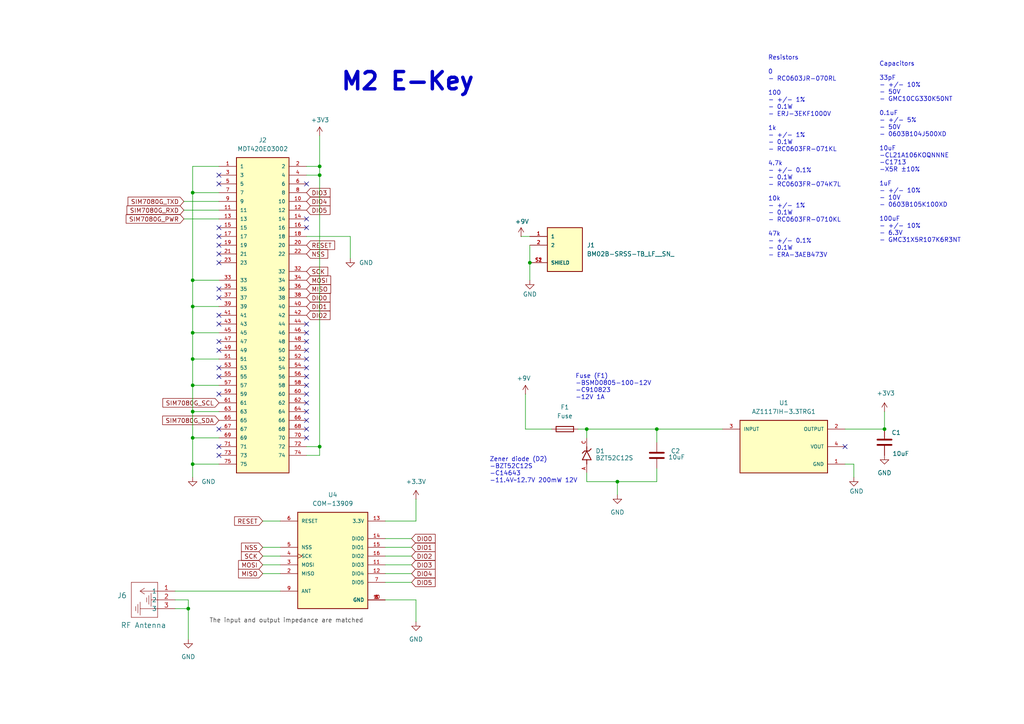
<source format=kicad_sch>
(kicad_sch (version 20231120) (generator "eeschema") (generator_version "8.0")
  (paper "A4")
  (title_block (title "IoT Gateway") (date "2024-10-15") (rev "v0.1.0") (company "Abstract Machines") (comment 1 "Designed By: Rodney Osodo") (comment 2 "Approved By:"))
  (lib_symbols
    (symbol "2024-10-22_09-22-32:CONUFL001-SMD-T" (pin_names (offset 0.254))
      (property "Reference" "J" (at 8.89 6.35 0))
      (property "Value" "CONUFL001-SMD-T" (at 0 0 0))
      (symbol "CONUFL001-SMD-T_1_1"
        (polyline (pts (xy 5.08 -7.62) (xy 12.7 -7.62)) (stroke (width 0.127)))
        (polyline (pts (xy 5.08 -5.08) (xy 10.16 -5.08)) (stroke (width 0.127)))
        (polyline (pts (xy 5.08 -2.54) (xy 6.985 -2.54)) (stroke (width 0.127)))
        (polyline (pts (xy 5.08 2.54) (xy 5.08 -7.62)) (stroke (width 0.127)))
        (polyline (pts (xy 6.985 -0.635) (xy 6.985 -4.445)) (stroke (width 0.127)))
        (polyline (pts (xy 7.62 -1.27) (xy 7.62 -3.81)) (stroke (width 0.127)))
        (polyline (pts (xy 8.255 -1.905) (xy 8.255 -3.175)) (stroke (width 0.127)))
        (polyline (pts (xy 10.16 -3.175) (xy 10.16 -6.985)) (stroke (width 0.127)))
        (polyline (pts (xy 10.16 0) (xy 5.08 0)) (stroke (width 0.127)))
        (polyline (pts (xy 10.16 0) (xy 8.89 -0.8467)) (stroke (width 0.127)))
        (polyline (pts (xy 10.16 0) (xy 8.89 0.8467)) (stroke (width 0.127)))
        (polyline (pts (xy 10.795 -3.81) (xy 10.795 -6.35)) (stroke (width 0.127)))
        (polyline (pts (xy 11.43 -4.445) (xy 11.43 -5.715)) (stroke (width 0.127)))
        (polyline (pts (xy 12.7 -7.62) (xy 12.7 2.54)) (stroke (width 0.127)))
        (polyline (pts (xy 12.7 2.54) (xy 5.08 2.54)) (stroke (width 0.127)))
        (pin unspecified line (at 0 0 0) (length 5.08) (name "1") (number "1"))
        (pin unspecified line (at 0 -2.54 0) (length 5.08) (name "2") (number "2"))
        (pin unspecified line (at 0 -5.08 0) (length 5.08) (name "3") (number "3"))
      )
      (symbol "CONUFL001-SMD-T_1_2"
        (polyline (pts (xy 5.08 -7.62) (xy 12.7 -7.62)) (stroke (width 0.127)))
        (polyline (pts (xy 5.08 -5.08) (xy 10.16 -5.08)) (stroke (width 0.127)))
        (polyline (pts (xy 5.08 -2.54) (xy 6.985 -2.54)) (stroke (width 0.127)))
        (polyline (pts (xy 5.08 2.54) (xy 5.08 -7.62)) (stroke (width 0.127)))
        (polyline (pts (xy 6.985 -0.635) (xy 6.985 -4.445)) (stroke (width 0.127)))
        (polyline (pts (xy 7.62 -1.27) (xy 7.62 -3.81)) (stroke (width 0.127)))
        (polyline (pts (xy 7.62 0) (xy 5.08 0)) (stroke (width 0.127)))
        (polyline (pts (xy 7.62 0) (xy 8.89 -0.8467)) (stroke (width 0.127)))
        (polyline (pts (xy 7.62 0) (xy 8.89 0.8467)) (stroke (width 0.127)))
        (polyline (pts (xy 8.255 -1.905) (xy 8.255 -3.175)) (stroke (width 0.127)))
        (polyline (pts (xy 10.16 -3.175) (xy 10.16 -6.985)) (stroke (width 0.127)))
        (polyline (pts (xy 10.795 -3.81) (xy 10.795 -6.35)) (stroke (width 0.127)))
        (polyline (pts (xy 11.43 -4.445) (xy 11.43 -5.715)) (stroke (width 0.127)))
        (polyline (pts (xy 12.7 -7.62) (xy 12.7 2.54)) (stroke (width 0.127)))
        (polyline (pts (xy 12.7 2.54) (xy 5.08 2.54)) (stroke (width 0.127)))
        (pin unspecified line (at 0 0 0) (length 5.08) (name "1") (number "1"))
        (pin unspecified line (at 0 -2.54 0) (length 5.08) (name "2") (number "2"))
        (pin unspecified line (at 0 -5.08 0) (length 5.08) (name "3") (number "3"))
      )
    )
    (symbol "AZ1117IH-3.3TRG1:AZ1117IH-3.3TRG1" (pin_names (offset 1.016))
      (property "Reference" "U" (at -12.7 8.128 0))
      (property "Value" "AZ1117IH-3.3TRG1" (at -12.7 -10.16 0))
      (symbol "AZ1117IH-3.3TRG1_0_0"
        (rectangle (start -12.7 -7.62) (end 12.7 7.62) (stroke (width 0.254)) (fill (type background)))
        (pin power_in line (at 17.78 -5.08 180) (length 5.08) (name "GND") (number "1"))
        (pin output line (at 17.78 5.08 180) (length 5.08) (name "OUTPUT") (number "2"))
        (pin input line (at -17.78 5.08 0) (length 5.08) (name "INPUT") (number "3"))
        (pin output line (at 17.78 0 180) (length 5.08) (name "VOUT") (number "4"))
      )
    )
    (symbol "BM02B-SRSS-TB_LF__SN_:BM02B-SRSS-TB_LF__SN_" (pin_names (offset 1.016))
      (property "Reference" "J" (at -5.08 8.382 0))
      (property "Value" "BM02B-SRSS-TB_LF__SN_" (at -5.08 -7.62 0))
      (symbol "BM02B-SRSS-TB_LF__SN__0_0"
        (rectangle (start -5.08 -5.08) (end 5.08 7.62) (stroke (width 0.254)) (fill (type background)))
        (pin passive line (at -10.16 5.08 0) (length 5.08) (name "1") (number "1"))
        (pin passive line (at -10.16 2.54 0) (length 5.08) (name "2") (number "2"))
        (pin passive line (at -10.16 -2.54 0) (length 5.08) (name "SHIELD") (number "S1"))
        (pin passive line (at -10.16 -2.54 0) (length 5.08) (name "SHIELD") (number "S2"))
      )
    )
    (symbol "BZT52C12S:BZT52C12S" (pin_names (offset 1.016))
      (property "Reference" "D" (at -5.08 2.54 0))
      (property "Value" "BZT52C12S" (at -5.08 -3.81 0))
      (symbol "BZT52C12S_0_0"
        (polyline (pts (xy -2.54 0) (xy -1.27 0)) (stroke (width 0.254)))
        (polyline (pts (xy -1.27 -1.27) (xy 1.27 0)) (stroke (width 0.254)))
        (polyline (pts (xy -1.27 0) (xy -1.27 -1.27)) (stroke (width 0.254)))
        (polyline (pts (xy -1.27 1.27) (xy -1.27 0)) (stroke (width 0.254)))
        (polyline (pts (xy 0.635 1.27) (xy 1.27 0.635)) (stroke (width 0.254)))
        (polyline (pts (xy 1.27 -0.635) (xy 1.905 -1.27)) (stroke (width 0.254)))
        (polyline (pts (xy 1.27 0) (xy -1.27 1.27)) (stroke (width 0.254)))
        (polyline (pts (xy 1.27 0) (xy 1.27 -0.635)) (stroke (width 0.254)))
        (polyline (pts (xy 1.27 0.635) (xy 1.27 0)) (stroke (width 0.254)))
        (polyline (pts (xy 2.54 0) (xy 1.27 0)) (stroke (width 0.254)))
        (pin passive line (at -5.08 0 0) (length 2.54) (name "~") (number "A"))
        (pin passive line (at 5.08 0 180) (length 2.54) (name "~") (number "C"))
      )
    )
    (symbol "COM-13909:COM-13909" (pin_names (offset 1.016))
      (property "Reference" "U" (at -10.9497 13.2415 0))
      (property "Value" "COM-13909" (at -10.4265 -17.0385 0))
      (symbol "COM-13909_0_0"
        (rectangle (start -10.16 -15.24) (end 10.16 12.7) (stroke (width 0.254)) (fill (type background)))
        (pin power_in line (at 15.24 -12.7 180) (length 5.08) (name "GND") (number "1"))
        (pin power_in line (at 15.24 -12.7 180) (length 5.08) (name "GND") (number "10"))
        (pin bidirectional line (at 15.24 -2.54 180) (length 5.08) (name "DIO3") (number "11"))
        (pin bidirectional line (at 15.24 -5.08 180) (length 5.08) (name "DIO4") (number "12"))
        (pin power_in line (at 15.24 10.16 180) (length 5.08) (name "3.3V") (number "13"))
        (pin bidirectional line (at 15.24 5.08 180) (length 5.08) (name "DIO0") (number "14"))
        (pin bidirectional line (at 15.24 2.54 180) (length 5.08) (name "DIO1") (number "15"))
        (pin bidirectional line (at 15.24 0 180) (length 5.08) (name "DIO2") (number "16"))
        (pin input line (at -15.24 -5.08 0) (length 5.08) (name "MISO") (number "2"))
        (pin output line (at -15.24 -2.54 0) (length 5.08) (name "MOSI") (number "3"))
        (pin input clock (at -15.24 0 0) (length 5.08) (name "SCK") (number "4"))
        (pin input line (at -15.24 2.54 0) (length 5.08) (name "NSS") (number "5"))
        (pin bidirectional line (at -15.24 10.16 0) (length 5.08) (name "RESET") (number "6"))
        (pin bidirectional line (at 15.24 -7.62 180) (length 5.08) (name "DIO5") (number "7"))
        (pin power_in line (at 15.24 -12.7 180) (length 5.08) (name "GND") (number "8"))
        (pin bidirectional line (at -15.24 -10.16 0) (length 5.08) (name "ANT") (number "9"))
      )
    )
    (symbol "Device:C" (pin_numbers hide) (pin_names (offset 0.254))
      (property "Reference" "C" (at 0.635 2.54 0))
      (property "Value" "C" (at 0.635 -2.54 0))
      (symbol "C_0_1"
        (polyline (pts (xy -2.032 -0.762) (xy 2.032 -0.762)) (stroke (width 0.508)))
        (polyline (pts (xy -2.032 0.762) (xy 2.032 0.762)) (stroke (width 0.508)))
      )
      (symbol "C_1_1"
        (pin passive line (at 0 3.81 270) (length 2.794) (name "~") (number "1"))
        (pin passive line (at 0 -3.81 90) (length 2.794) (name "~") (number "2"))
      )
    )
    (symbol "Device:Fuse" (pin_numbers hide) (pin_names (offset 0))
      (property "Reference" "F" (at 2.032 0 90))
      (property "Value" "Fuse" (at -1.905 0 90))
      (symbol "Fuse_0_1"
        (rectangle (start -0.762 -2.54) (end 0.762 2.54) (stroke (width 0.254)))
        (polyline (pts (xy 0 2.54) (xy 0 -2.54)))
      )
      (symbol "Fuse_1_1"
        (pin passive line (at 0 3.81 270) (length 1.27) (name "~") (number "1"))
        (pin passive line (at 0 -3.81 90) (length 1.27) (name "~") (number "2"))
      )
    )
    (symbol "MDT420E03002:MDT420E03002" (pin_names (offset 1.016))
      (property "Reference" "J" (at -7.62 46.482 0))
      (property "Value" "MDT420E03002" (at -7.62 -48.26 0))
      (symbol "MDT420E03002_0_0"
        (rectangle (start -7.62 -45.72) (end 7.62 45.72) (stroke (width 0.254)) (fill (type background)))
        (pin passive line (at -12.7 43.18 0) (length 5.08) (name "1") (number "1"))
        (pin passive line (at 12.7 33.02 180) (length 5.08) (name "10") (number "10"))
        (pin passive line (at -12.7 30.48 0) (length 5.08) (name "11") (number "11"))
        (pin passive line (at 12.7 30.48 180) (length 5.08) (name "12") (number "12"))
        (pin passive line (at -12.7 27.94 0) (length 5.08) (name "13") (number "13"))
        (pin passive line (at 12.7 27.94 180) (length 5.08) (name "14") (number "14"))
        (pin passive line (at -12.7 25.4 0) (length 5.08) (name "15") (number "15"))
        (pin passive line (at 12.7 25.4 180) (length 5.08) (name "16") (number "16"))
        (pin passive line (at -12.7 22.86 0) (length 5.08) (name "17") (number "17"))
        (pin passive line (at 12.7 22.86 180) (length 5.08) (name "18") (number "18"))
        (pin passive line (at -12.7 20.32 0) (length 5.08) (name "19") (number "19"))
        (pin passive line (at 12.7 43.18 180) (length 5.08) (name "2") (number "2"))
        (pin passive line (at 12.7 20.32 180) (length 5.08) (name "20") (number "20"))
        (pin passive line (at -12.7 17.78 0) (length 5.08) (name "21") (number "21"))
        (pin passive line (at 12.7 17.78 180) (length 5.08) (name "22") (number "22"))
        (pin passive line (at -12.7 15.24 0) (length 5.08) (name "23") (number "23"))
        (pin passive line (at -12.7 40.64 0) (length 5.08) (name "3") (number "3"))
        (pin passive line (at 12.7 12.7 180) (length 5.08) (name "32") (number "32"))
        (pin passive line (at -12.7 10.16 0) (length 5.08) (name "33") (number "33"))
        (pin passive line (at 12.7 10.16 180) (length 5.08) (name "34") (number "34"))
        (pin passive line (at -12.7 7.62 0) (length 5.08) (name "35") (number "35"))
        (pin passive line (at 12.7 7.62 180) (length 5.08) (name "36") (number "36"))
        (pin passive line (at -12.7 5.08 0) (length 5.08) (name "37") (number "37"))
        (pin passive line (at 12.7 5.08 180) (length 5.08) (name "38") (number "38"))
        (pin passive line (at -12.7 2.54 0) (length 5.08) (name "39") (number "39"))
        (pin passive line (at 12.7 40.64 180) (length 5.08) (name "4") (number "4"))
        (pin passive line (at 12.7 2.54 180) (length 5.08) (name "40") (number "40"))
        (pin passive line (at -12.7 0 0) (length 5.08) (name "41") (number "41"))
        (pin passive line (at 12.7 0 180) (length 5.08) (name "42") (number "42"))
        (pin passive line (at -12.7 -2.54 0) (length 5.08) (name "43") (number "43"))
        (pin passive line (at 12.7 -2.54 180) (length 5.08) (name "44") (number "44"))
        (pin passive line (at -12.7 -5.08 0) (length 5.08) (name "45") (number "45"))
        (pin passive line (at 12.7 -5.08 180) (length 5.08) (name "46") (number "46"))
        (pin passive line (at -12.7 -7.62 0) (length 5.08) (name "47") (number "47"))
        (pin passive line (at 12.7 -7.62 180) (length 5.08) (name "48") (number "48"))
        (pin passive line (at -12.7 -10.16 0) (length 5.08) (name "49") (number "49"))
        (pin passive line (at -12.7 38.1 0) (length 5.08) (name "5") (number "5"))
        (pin passive line (at 12.7 -10.16 180) (length 5.08) (name "50") (number "50"))
        (pin passive line (at -12.7 -12.7 0) (length 5.08) (name "51") (number "51"))
        (pin passive line (at 12.7 -12.7 180) (length 5.08) (name "52") (number "52"))
        (pin passive line (at -12.7 -15.24 0) (length 5.08) (name "53") (number "53"))
        (pin passive line (at 12.7 -15.24 180) (length 5.08) (name "54") (number "54"))
        (pin passive line (at -12.7 -17.78 0) (length 5.08) (name "55") (number "55"))
        (pin passive line (at 12.7 -17.78 180) (length 5.08) (name "56") (number "56"))
        (pin passive line (at -12.7 -20.32 0) (length 5.08) (name "57") (number "57"))
        (pin passive line (at 12.7 -20.32 180) (length 5.08) (name "58") (number "58"))
        (pin passive line (at -12.7 -22.86 0) (length 5.08) (name "59") (number "59"))
        (pin passive line (at 12.7 38.1 180) (length 5.08) (name "6") (number "6"))
        (pin passive line (at 12.7 -22.86 180) (length 5.08) (name "60") (number "60"))
        (pin passive line (at -12.7 -25.4 0) (length 5.08) (name "61") (number "61"))
        (pin passive line (at 12.7 -25.4 180) (length 5.08) (name "62") (number "62"))
        (pin passive line (at -12.7 -27.94 0) (length 5.08) (name "63") (number "63"))
        (pin passive line (at 12.7 -27.94 180) (length 5.08) (name "64") (number "64"))
        (pin passive line (at -12.7 -30.48 0) (length 5.08) (name "65") (number "65"))
        (pin passive line (at 12.7 -30.48 180) (length 5.08) (name "66") (number "66"))
        (pin passive line (at -12.7 -33.02 0) (length 5.08) (name "67") (number "67"))
        (pin passive line (at 12.7 -33.02 180) (length 5.08) (name "68") (number "68"))
        (pin passive line (at -12.7 -35.56 0) (length 5.08) (name "69") (number "69"))
        (pin passive line (at -12.7 35.56 0) (length 5.08) (name "7") (number "7"))
        (pin passive line (at 12.7 -35.56 180) (length 5.08) (name "70") (number "70"))
        (pin passive line (at -12.7 -38.1 0) (length 5.08) (name "71") (number "71"))
        (pin passive line (at 12.7 -38.1 180) (length 5.08) (name "72") (number "72"))
        (pin passive line (at -12.7 -40.64 0) (length 5.08) (name "73") (number "73"))
        (pin passive line (at 12.7 -40.64 180) (length 5.08) (name "74") (number "74"))
        (pin passive line (at -12.7 -43.18 0) (length 5.08) (name "75") (number "75"))
        (pin passive line (at 12.7 35.56 180) (length 5.08) (name "8") (number "8"))
        (pin passive line (at -12.7 33.02 0) (length 5.08) (name "9") (number "9"))
      )
    )
    (symbol "power:+3.3V" (power) (pin_numbers hide) (pin_names (offset 0) hide)
      (property "Value" "+3.3V" (at 0 3.556 0))
      (symbol "+3.3V_0_1"
        (polyline (pts (xy -0.762 1.27) (xy 0 2.54)))
        (polyline (pts (xy 0 0) (xy 0 2.54)))
        (polyline (pts (xy 0 2.54) (xy 0.762 1.27)))
      )
      (symbol "+3.3V_1_1"
        (pin power_in line (at 0 0 90) (length 0) (name "~") (number "1"))
      )
    )
    (symbol "power:+3V3" (power) (pin_names (offset 0))
      (property "Value" "+3V3" (at 0 3.556 0))
      (symbol "+3V3_0_1"
        (polyline (pts (xy -0.762 1.27) (xy 0 2.54)))
        (polyline (pts (xy 0 0) (xy 0 2.54)))
        (polyline (pts (xy 0 2.54) (xy 0.762 1.27)))
      )
      (symbol "+3V3_1_1"
        (pin power_in line (at 0 0 90) (length 0) hide (name "+3V3") (number "1"))
      )
    )
    (symbol "power:+9V" (power) (pin_numbers hide) (pin_names (offset 0) hide)
      (property "Value" "+9V" (at 0 3.556 0))
      (symbol "+9V_0_1"
        (polyline (pts (xy -0.762 1.27) (xy 0 2.54)))
        (polyline (pts (xy 0 0) (xy 0 2.54)))
        (polyline (pts (xy 0 2.54) (xy 0.762 1.27)))
      )
      (symbol "+9V_1_1"
        (pin power_in line (at 0 0 90) (length 0) (name "~") (number "1"))
      )
    )
    (symbol "power:GND" (power) (pin_names (offset 0))
      (property "Value" "GND" (at 0 -3.81 0))
      (symbol "GND_0_1"
        (polyline (pts (xy 0 0) (xy 0 -1.27) (xy 1.27 -1.27) (xy 0 -2.54) (xy -1.27 -1.27) (xy 0 -1.27)))
      )
      (symbol "GND_1_1"
        (pin power_in line (at 0 0 270) (length 0) hide (name "GND") (number "1"))
      )
    )
    (symbol "power:GND1" (power) (pin_numbers hide) (pin_names (offset 0) hide)
      (property "Value" "GND1" (at 0 -3.81 0))
      (symbol "GND1_0_1"
        (polyline (pts (xy 0 0) (xy 0 -1.27) (xy 1.27 -1.27) (xy 0 -2.54) (xy -1.27 -1.27) (xy 0 -1.27)))
      )
      (symbol "GND1_1_1"
        (pin power_in line (at 0 0 270) (length 0) (name "~") (number "1"))
      )
    )
  )
  (junction (at 55.88 104.14))
  (junction (at 55.88 127))
  (junction (at 92.71 129.54))
  (junction (at 55.88 81.28))
  (junction (at 54.61 176.53))
  (junction (at 190.5 124.46))
  (junction (at 170.18 124.46))
  (junction (at 55.88 119.38))
  (junction (at 256.54 124.46))
  (junction (at 55.88 55.88))
  (junction (at 55.88 134.62))
  (junction (at 92.71 48.26))
  (junction (at 55.88 111.76))
  (junction (at 55.88 96.52))
  (junction (at 153.67 76.2))
  (junction (at 92.71 50.8))
  (junction (at 179.07 139.7))
  (junction (at 55.88 88.9))
  (no_connect (at 63.5 132.08))
  (no_connect (at 63.5 73.66))
  (no_connect (at 63.5 101.6))
  (no_connect (at 63.5 109.22))
  (no_connect (at 88.9 127))
  (no_connect (at 63.5 86.36))
  (no_connect (at 88.9 114.3))
  (no_connect (at 88.9 99.06))
  (no_connect (at 63.5 91.44))
  (no_connect (at 88.9 119.38))
  (no_connect (at 63.5 129.54))
  (no_connect (at 88.9 93.98))
  (no_connect (at 88.9 116.84))
  (no_connect (at 88.9 101.6))
  (no_connect (at 63.5 83.82))
  (no_connect (at 88.9 53.34))
  (no_connect (at 63.5 66.04))
  (no_connect (at 63.5 71.12))
  (no_connect (at 63.5 114.3))
  (no_connect (at 63.5 106.68))
  (no_connect (at 63.5 53.34))
  (no_connect (at 63.5 68.58))
  (no_connect (at 63.5 76.2))
  (no_connect (at 88.9 124.46))
  (no_connect (at 63.5 99.06))
  (no_connect (at 88.9 96.52))
  (no_connect (at 88.9 63.5))
  (no_connect (at 63.5 124.46))
  (no_connect (at 88.9 106.68))
  (no_connect (at 88.9 66.04))
  (no_connect (at 88.9 104.14))
  (no_connect (at 245.11 129.54))
  (no_connect (at 88.9 121.92))
  (no_connect (at 88.9 111.76))
  (no_connect (at 88.9 109.22))
  (no_connect (at 63.5 93.98))
  (no_connect (at 63.5 50.8))
  (wire (pts (xy 55.88 119.38) (xy 63.5 119.38)))
  (wire (pts (xy 55.88 88.9) (xy 55.88 96.52)))
  (wire (pts (xy 76.2 161.29) (xy 81.28 161.29)))
  (wire (pts (xy 55.88 111.76) (xy 63.5 111.76)))
  (wire (pts (xy 55.88 104.14) (xy 55.88 111.76)))
  (wire (pts (xy 119.38 156.21) (xy 111.76 156.21)))
  (wire (pts (xy 190.5 139.7) (xy 179.07 139.7)))
  (wire (pts (xy 111.76 151.13) (xy 120.65 151.13)))
  (wire (pts (xy 55.88 81.28) (xy 55.88 88.9)))
  (wire (pts (xy 55.88 55.88) (xy 55.88 81.28)))
  (wire (pts (xy 190.5 124.46) (xy 190.5 128.27)))
  (wire (pts (xy 55.88 104.14) (xy 63.5 104.14)))
  (wire (pts (xy 55.88 48.26) (xy 63.5 48.26)))
  (wire (pts (xy 53.34 60.96) (xy 63.5 60.96)))
  (wire (pts (xy 55.88 88.9) (xy 63.5 88.9)))
  (wire (pts (xy 151.13 68.58) (xy 153.67 68.58)))
  (wire (pts (xy 76.2 163.83) (xy 81.28 163.83)))
  (wire (pts (xy 55.88 96.52) (xy 63.5 96.52)))
  (wire (pts (xy 190.5 135.89) (xy 190.5 139.7)))
  (wire (pts (xy 55.88 138.43) (xy 55.88 134.62)))
  (wire (pts (xy 152.4 124.46) (xy 160.02 124.46)))
  (wire (pts (xy 92.71 48.26) (xy 92.71 50.8)))
  (wire (pts (xy 55.88 127) (xy 55.88 134.62)))
  (wire (pts (xy 120.65 180.34) (xy 120.65 173.99)))
  (wire (pts (xy 247.65 134.62) (xy 245.11 134.62)))
  (wire (pts (xy 120.65 151.13) (xy 120.65 144.78)))
  (wire (pts (xy 50.8 176.53) (xy 54.61 176.53)))
  (wire (pts (xy 120.65 173.99) (xy 111.76 173.99)))
  (wire (pts (xy 50.8 173.99) (xy 54.61 173.99)))
  (wire (pts (xy 119.38 166.37) (xy 111.76 166.37)))
  (wire (pts (xy 170.18 137.16) (xy 170.18 139.7)))
  (wire (pts (xy 50.8 171.45) (xy 81.28 171.45)))
  (wire (pts (xy 76.2 158.75) (xy 81.28 158.75)))
  (wire (pts (xy 92.71 50.8) (xy 92.71 129.54)))
  (wire (pts (xy 55.88 111.76) (xy 55.88 119.38)))
  (wire (pts (xy 76.2 166.37) (xy 81.28 166.37)))
  (wire (pts (xy 92.71 129.54) (xy 92.71 132.08)))
  (wire (pts (xy 119.38 168.91) (xy 111.76 168.91)))
  (wire (pts (xy 54.61 173.99) (xy 54.61 176.53)))
  (wire (pts (xy 190.5 124.46) (xy 209.55 124.46)))
  (wire (pts (xy 55.88 119.38) (xy 55.88 127)))
  (wire (pts (xy 55.88 81.28) (xy 63.5 81.28)))
  (wire (pts (xy 179.07 143.51) (xy 179.07 139.7)))
  (wire (pts (xy 119.38 163.83) (xy 111.76 163.83)))
  (wire (pts (xy 53.34 58.42) (xy 63.5 58.42)))
  (wire (pts (xy 119.38 161.29) (xy 111.76 161.29)))
  (wire (pts (xy 170.18 124.46) (xy 167.64 124.46)))
  (wire (pts (xy 55.88 48.26) (xy 55.88 55.88)))
  (wire (pts (xy 101.6 74.93) (xy 101.6 68.58)))
  (wire (pts (xy 53.34 63.5) (xy 63.5 63.5)))
  (wire (pts (xy 119.38 158.75) (xy 111.76 158.75)))
  (wire (pts (xy 170.18 124.46) (xy 170.18 127)))
  (wire (pts (xy 55.88 127) (xy 63.5 127)))
  (wire (pts (xy 152.4 114.3) (xy 152.4 124.46)))
  (wire (pts (xy 92.71 39.37) (xy 92.71 48.26)))
  (wire (pts (xy 101.6 68.58) (xy 88.9 68.58)))
  (wire (pts (xy 153.67 81.28) (xy 153.67 76.2)))
  (wire (pts (xy 76.2 151.13) (xy 81.28 151.13)))
  (wire (pts (xy 55.88 55.88) (xy 63.5 55.88)))
  (wire (pts (xy 256.54 119.38) (xy 256.54 124.46)))
  (wire (pts (xy 170.18 139.7) (xy 179.07 139.7)))
  (wire (pts (xy 88.9 50.8) (xy 92.71 50.8)))
  (wire (pts (xy 88.9 129.54) (xy 92.71 129.54)))
  (wire (pts (xy 54.61 176.53) (xy 54.61 185.42)))
  (wire (pts (xy 88.9 132.08) (xy 92.71 132.08)))
  (wire (pts (xy 55.88 134.62) (xy 63.5 134.62)))
  (wire (pts (xy 170.18 124.46) (xy 190.5 124.46)))
  (wire (pts (xy 245.11 124.46) (xy 256.54 124.46)))
  (wire (pts (xy 153.67 71.12) (xy 153.67 76.2)))
  (wire (pts (xy 247.65 138.43) (xy 247.65 134.62)))
  (wire (pts (xy 92.71 48.26) (xy 88.9 48.26)))
  (wire (pts (xy 55.88 96.52) (xy 55.88 104.14)))
  (text "The input and output impedance are matched\n" (at 60.706 180.086 0) (effects (font (size 1.27 1.27)) (justify left)))
  (text "Capacitors\n\n33pF\n- +/- 10%\n- 50V\n- GMC10CG330K50NT\n\n0.1uF\n- +/- 5%\n- 50V\n- 0603B104J500XD\n\n10uF\n-CL21A106KOQNNNE\n-C1713\n-X5R ±10%\n\n1uF\n- +/- 10%\n- 10V\n- 0603B105K100XD\n\n100uF\n- +/- 10%\n- 6.3V\n- GMC31X5R107K6R3NT" (at 255.016 44.196 0) (effects (font (size 1.27 1.27)) (justify left)))
  (text "Zener diode (D2)\n-BZT52C12S\n-C14643\n-11.4V~12.7V 200mW 12V" (at 141.986 136.398 0) (effects (font (size 1.27 1.27)) (justify left)))
  (text "Fuse (F1)\n-BSMD0805-100-12V \n-C910823 \n-12V 1A \n" (at 166.878 112.268 0) (effects (font (size 1.27 1.27)) (justify left)))
  (text "Resistors\n\n0\n- RC0603JR-070RL\n\n100\n- +/- 1%\n- 0.1W\n- ERJ-3EKF1000V\n\n1k\n- +/- 1%\n- 0.1W\n- RC0603FR-071KL\n\n4.7k\n- +/- 0.1%\n- 0.1W\n- RC0603FR-074K7L\n\n10k\n- +/- 1%\n- 0.1W\n- RC0603FR-0710KL\n\n47k\n- +/- 0.1%\n- 0.1W\n- ERA-3AEB473V\n" (at 222.758 45.466 0) (effects (font (size 1.27 1.27)) (justify left)))
  (text "M2 E-Key" (at 98.552 26.67 0) (effects (font (size 5 5) (thickness 1) (bold yes)) (justify left bottom)))
  (global_label "DIO3" (shape input) (at 88.9 55.88 0) (property "Intersheetrefs" "${INTERSHEET_REFS}" (effects (hide yes))))
  (global_label "DIO1" (shape input) (at 119.38 158.75 0) (property "Intersheetrefs" "${INTERSHEET_REFS}" (effects (hide yes))))
  (global_label "SIM7080G_PWR" (shape input) (at 53.34 63.5 180) (property "Intersheetrefs" "${INTERSHEET_REFS}" (effects (hide yes))))
  (global_label "SCK" (shape input) (at 76.2 161.29 180) (property "Intersheetrefs" "${INTERSHEET_REFS}" (effects (hide yes))))
  (global_label "DIO4" (shape input) (at 119.38 166.37 0) (property "Intersheetrefs" "${INTERSHEET_REFS}" (effects (hide yes))))
  (global_label "DIO0" (shape input) (at 88.9 86.36 0) (property "Intersheetrefs" "${INTERSHEET_REFS}" (effects (hide yes))))
  (global_label "SIM7080G_TXD" (shape input) (at 53.34 58.42 180) (property "Intersheetrefs" "${INTERSHEET_REFS}" (effects (hide yes))))
  (global_label "MOSI" (shape input) (at 88.9 81.28 0) (property "Intersheetrefs" "${INTERSHEET_REFS}" (effects (hide yes))))
  (global_label "DIO4" (shape input) (at 88.9 58.42 0) (property "Intersheetrefs" "${INTERSHEET_REFS}" (effects (hide yes))))
  (global_label "NSS" (shape input) (at 76.2 158.75 180) (property "Intersheetrefs" "${INTERSHEET_REFS}" (effects (hide yes))))
  (global_label "SIM7080G_SCL" (shape input) (at 63.5 116.84 180) (property "Intersheetrefs" "${INTERSHEET_REFS}" (effects (hide yes))))
  (global_label "DIO0" (shape input) (at 119.38 156.21 0) (property "Intersheetrefs" "${INTERSHEET_REFS}" (effects (hide yes))))
  (global_label "DIO5" (shape input) (at 119.38 168.91 0) (property "Intersheetrefs" "${INTERSHEET_REFS}" (effects (hide yes))))
  (global_label "SIM7080G_RXD" (shape input) (at 53.34 60.96 180) (property "Intersheetrefs" "${INTERSHEET_REFS}" (effects (hide yes))))
  (global_label "MISO" (shape input) (at 76.2 166.37 180) (property "Intersheetrefs" "${INTERSHEET_REFS}" (effects (hide yes))))
  (global_label "DIO1" (shape input) (at 88.9 88.9 0) (property "Intersheetrefs" "${INTERSHEET_REFS}" (effects (hide yes))))
  (global_label "MISO" (shape input) (at 88.9 83.82 0) (property "Intersheetrefs" "${INTERSHEET_REFS}" (effects (hide yes))))
  (global_label "DIO2" (shape input) (at 119.38 161.29 0) (property "Intersheetrefs" "${INTERSHEET_REFS}" (effects (hide yes))))
  (global_label "SIM7080G_SDA" (shape input) (at 63.5 121.92 180) (property "Intersheetrefs" "${INTERSHEET_REFS}" (effects (hide yes))))
  (global_label "DIO3" (shape input) (at 119.38 163.83 0) (property "Intersheetrefs" "${INTERSHEET_REFS}" (effects (hide yes))))
  (global_label "MOSI" (shape input) (at 76.2 163.83 180) (property "Intersheetrefs" "${INTERSHEET_REFS}" (effects (hide yes))))
  (global_label "DIO2" (shape input) (at 88.9 91.44 0) (property "Intersheetrefs" "${INTERSHEET_REFS}" (effects (hide yes))))
  (global_label "RESET" (shape input) (at 88.9 71.12 0) (property "Intersheetrefs" "${INTERSHEET_REFS}" (effects (hide yes))))
  (global_label "NSS" (shape input) (at 88.9 73.66 0) (property "Intersheetrefs" "${INTERSHEET_REFS}" (effects (hide yes))))
  (global_label "DIO5" (shape input) (at 88.9 60.96 0) (property "Intersheetrefs" "${INTERSHEET_REFS}" (effects (hide yes))))
  (global_label "RESET" (shape input) (at 76.2 151.13 180) (property "Intersheetrefs" "${INTERSHEET_REFS}" (effects (hide yes))))
  (global_label "SCK" (shape input) (at 88.9 78.74 0) (property "Intersheetrefs" "${INTERSHEET_REFS}" (effects (hide yes))))
  (symbol (lib_id "power:GND1") (at 153.67 81.28 0) (unit 1)
    (property "Reference" "#PWR07" (effects (hide yes)))
    (property "Value" "GND" (at 151.638 85.344 0) (effects (justify left)))
    (property "Description" "Power symbol creates a global label with name \"GND1\" , ground" (effects (hide yes)))
  )
  (symbol (lib_id "Device:C") (at 190.5 132.08 0) (unit 1)
    (property "Reference" "C2" (at 194.564 130.81 0) (effects (justify left)))
    (property "Value" "10uF" (at 193.802 132.588 0) (effects (justify left)))
    (property "Footprint" "Capacitor_SMD:C_1206_3216Metric" (effects (hide yes)))
    (property "Description" "Unpolarized capacitor" (effects (hide yes)))
  )
  (symbol (lib_id "power:GND") (at 54.61 185.42 0) (unit 1)
    (property "Reference" "#PWR03" (effects (hide yes)))
    (property "Value" "GND" (at 54.61 190.5 0))
    (property "Description" "Power symbol creates a global label with name \"GND\" , ground" (effects (hide yes)))
  )
  (symbol (lib_id "power:GND") (at 256.54 132.08 0) (unit 1)
    (property "Reference" "#PWR011" (effects (hide yes)))
    (property "Value" "GND" (at 256.54 137.16 0))
  )
  (symbol (lib_id "power:+9V") (at 152.4 114.3 0) (unit 1)
    (property "Reference" "#PWR09" (effects (hide yes)))
    (property "Value" "+9V" (at 149.86 109.728 0) (effects (justify left)))
    (property "Description" "Power symbol creates a global label with name \"+9V\"" (effects (hide yes)))
  )
  (symbol (lib_id "power:GND1") (at 55.88 138.43 0) (unit 1)
    (property "Reference" "#PWR014" (effects (hide yes)))
    (property "Value" "GND" (at 58.42 139.6999 0) (effects (justify left)))
    (property "Description" "Power symbol creates a global label with name \"GND1\" , ground" (effects (hide yes)))
  )
  (symbol (lib_id "power:+9V") (at 151.13 68.58 0) (unit 1)
    (property "Reference" "#PWR06" (effects (hide yes)))
    (property "Value" "+9V" (at 149.352 64.262 0) (effects (justify left)))
    (property "Description" "Power symbol creates a global label with name \"+9V\"" (effects (hide yes)))
  )
  (symbol (lib_id "Device:C") (at 256.54 128.27 0) (unit 1)
    (property "Reference" "C1" (at 258.572 125.476 0) (effects (justify left)))
    (property "Value" "10uF" (at 258.826 131.572 0) (effects (justify left)))
    (property "Footprint" "Capacitor_SMD:C_1206_3216Metric" (effects (hide yes)))
    (property "Description" "Unpolarized capacitor" (effects (hide yes)))
  )
  (symbol (lib_id "power:GND") (at 179.07 143.51 0) (unit 1)
    (property "Reference" "#PWR013" (effects (hide yes)))
    (property "Value" "GND" (at 179.07 148.59 0))
  )
  (symbol (lib_id "power:+3V3") (at 92.71 39.37 0) (unit 1)
    (property "Reference" "#PWR05" (effects (hide yes)))
    (property "Value" "+3V3" (at 90.17 34.798 0) (effects (justify left)))
    (property "Description" "Power symbol creates a global label with name \"+3V3\"" (effects (hide yes)))
  )
  (symbol (lib_id "power:+3.3V") (at 120.65 144.78 0) (unit 1)
    (property "Reference" "#PWR01" (effects (hide yes)))
    (property "Value" "+3.3V" (at 120.65 139.7 0))
    (property "Description" "Power symbol creates a global label with name \"+3.3V\"" (effects (hide yes)))
  )
  (symbol (lib_id "MDT420E03002:MDT420E03002") (at 76.2 91.44 0) (unit 1)
    (property "Reference" "J2" (at 76.2 40.64 0))
    (property "Value" "MDT420E03002" (at 76.2 43.18 0))
    (property "Footprint" "MDT420E03002:AMPHENOL_MDT420E03002" (effects (hide yes)))
    (property "MF" "Amphenol" (effects (hide yes)))
    (property "MAXIMUM_PACKAGE_HEIGHT" "5.8mm" (effects (hide yes)))
    (property "Package" "None" (effects (hide yes)))
    (property "Price" "None" (effects (hide yes)))
    (property "Check_prices" "https://www.snapeda.com/parts/MDT420E03002/Amphenol/view-part/?ref=eda" (effects (hide yes)))
    (property "STANDARD" "Manufacturer Recommendations" (effects (hide yes)))
    (property "PARTREV" "3" (effects (hide yes)))
    (property "SnapEDA_Link" "https://www.snapeda.com/parts/MDT420E03002/Amphenol/view-part/?ref=snap" (effects (hide yes)))
    (property "MP" "MDT420E03002" (effects (hide yes)))
    (property "Description_1" "\n                        \n                            PCIe M.2 Connectors, Storage and Server Connector, P=0.5mm, H=4.2mm, Key E,Gold Plating\n                        \n" (effects (hide yes)))
    (property "Availability" "In Stock" (effects (hide yes)))
    (property "MANUFACTURER" "Amphenol" (effects (hide yes)))
  )
  (symbol (lib_id "power:+3V3") (at 256.54 119.38 0) (unit 1)
    (property "Reference" "#PWR010" (effects (hide yes)))
    (property "Value" "+3V3" (at 254.254 114.046 0) (effects (justify left)))
    (property "Description" "Power symbol creates a global label with name \"+3V3\"" (effects (hide yes)))
  )
  (symbol (lib_id "AZ1117IH-3.3TRG1:AZ1117IH-3.3TRG1") (at 227.33 129.54 0) (unit 1)
    (property "Reference" "U1" (at 227.33 116.84 0))
    (property "Value" "AZ1117IH-3.3TRG1" (at 227.33 119.38 0))
    (property "Footprint" "AZ1117IH-3.3TRG1:SOT230P700X185-4N" (effects (hide yes)))
    (property "MF" "Diodes Inc." (effects (hide yes)))
    (property "SNAPEDA_PACKAGE_ID" "6532" (effects (hide yes)))
    (property "MAXIMUM_PACKAGE_HEIGHT" "1.85 mm" (effects (hide yes)))
    (property "Price" "None" (effects (hide yes)))
    (property "Package" "SOT-223 Diodes Inc." (effects (hide yes)))
    (property "Check_prices" "https://www.snapeda.com/parts/AZ1117IH-3.3TRG1/Diodes+Inc./view-part/?ref=eda" (effects (hide yes)))
    (property "STANDARD" "IPC 7351B" (effects (hide yes)))
    (property "PARTREV" "2-2" (effects (hide yes)))
    (property "SnapEDA_Link" "https://www.snapeda.com/parts/AZ1117IH-3.3TRG1/Diodes+Inc./view-part/?ref=snap" (effects (hide yes)))
    (property "MP" "AZ1117IH-3.3TRG1" (effects (hide yes)))
    (property "Description_1" "\n                        \n                            Linear Voltage Regulator IC Positive Fixed 1 Output  1A SOT-223-3\n                        \n" (effects (hide yes)))
    (property "MANUFACTURER" "Diodes Inc." (effects (hide yes)))
    (property "Availability" "In Stock" (effects (hide yes)))
    (property "SNAPEDA_PN" "AZ1117IH-3.3TRG1" (effects (hide yes)))
  )
  (symbol (lib_id "BZT52C12S:BZT52C12S") (at 170.18 132.08 90) (unit 1)
    (property "Reference" "D1" (at 172.72 130.8099 90) (effects (justify right)))
    (property "Value" "BZT52C12S" (at 172.72 132.842 90) (effects (justify right)))
    (property "Footprint" "BZT52C12S:DIO_BZT52C12S" (effects (hide yes)))
    (property "MF" "Taiwan Semiconductor" (effects (hide yes)))
    (property "MAXIMUM_PACKAGE_HEIGHT" "1.1mm" (effects (hide yes)))
    (property "Package" "SOD-323F-2 Taiwan Semiconductor" (effects (hide yes)))
    (property "Price" "None" (effects (hide yes)))
    (property "Check_prices" "https://www.snapeda.com/parts/BZT52C12S/Taiwan+Semiconductor/view-part/?ref=eda" (effects (hide yes)))
    (property "STANDARD" "Manufacturer Recommendations" (effects (hide yes)))
    (property "PARTREV" "H2212" (effects (hide yes)))
    (property "SnapEDA_Link" "https://www.snapeda.com/parts/BZT52C12S/Taiwan+Semiconductor/view-part/?ref=snap" (effects (hide yes)))
    (property "MP" "BZT52C12S" (effects (hide yes)))
    (property "Description_1" "\n                        \n                            Zener Diode Single 12V 5% 25Ohm 200mW 2-Pin SOD-323F T/R\n                        \n" (effects (hide yes)))
    (property "SNAPEDA_PN" "UDZS3V6B RRG" (effects (hide yes)))
    (property "Availability" "In Stock" (effects (hide yes)))
    (property "MANUFACTURER" "Taiwan Semiconductor" (effects (hide yes)))
  )
  (symbol (lib_id "2024-10-22_09-22-32:CONUFL001-SMD-T") (at 50.8 171.45 0) (mirror y) (unit 1)
    (property "Reference" "J6" (at 36.83 172.7199 0) (effects (font (size 1.524 1.524)) (justify left)))
    (property "Value" "RF Antenna" (at 48.26 181.356 0) (effects (font (size 1.524 1.524)) (justify left)))
    (property "Footprint" "CONUFL001_SMD_T:LINX_CONUFL001-SMD-T" (effects (hide yes)))
    (property "Datasheet" "CONUFL001-SMD-T" (effects (hide yes)))
  )
  (symbol (lib_id "COM-13909:COM-13909") (at 96.52 161.29 0) (unit 1)
    (property "Reference" "U4" (at 96.52 143.51 0))
    (property "Value" "COM-13909" (at 96.52 146.05 0))
    (property "Footprint" "COM-13909:MOD_COM-13909" (effects (hide yes)))
    (property "MF" "HOPERF" (effects (hide yes)))
    (property "Description_1" "\n                        \n                            General ISM < 1GHz  Transceiver Module 915MHz  Surface Mount\n                        \n" (effects (hide yes)))
    (property "Package" "Module SparkFun Electronics" (effects (hide yes)))
    (property "Price" "None" (effects (hide yes)))
    (property "Check_prices" "https://www.snapeda.com/parts/RFM69HCW-315S2/HOPERF/view-part/?ref=eda" (effects (hide yes)))
    (property "SnapEDA_Link" "https://www.snapeda.com/parts/RFM69HCW-315S2/HOPERF/view-part/?ref=snap" (effects (hide yes)))
    (property "MP" "RFM69HCW-315S2" (effects (hide yes)))
    (property "Availability" "Not in stock" (effects (hide yes)))
    (property "MANUFACTURER" "SparkFun Electronics" (effects (hide yes)))
  )
  (symbol (lib_id "power:GND1") (at 101.6 74.93 0) (unit 1)
    (property "Reference" "#PWR08" (effects (hide yes)))
    (property "Value" "GND" (at 104.14 76.1999 0) (effects (justify left)))
    (property "Description" "Power symbol creates a global label with name \"GND1\" , ground" (effects (hide yes)))
  )
  (symbol (lib_id "power:GND") (at 120.65 180.34 0) (unit 1)
    (property "Reference" "#PWR02" (effects (hide yes)))
    (property "Value" "GND" (at 120.65 185.42 0))
    (property "Description" "Power symbol creates a global label with name \"GND\" , ground" (effects (hide yes)))
  )
  (symbol (lib_id "power:GND1") (at 247.65 138.43 0) (unit 1)
    (property "Reference" "#PWR012" (effects (hide yes)))
    (property "Value" "GND" (at 246.38 142.494 0) (effects (justify left)))
    (property "Description" "Power symbol creates a global label with name \"GND1\" , ground" (effects (hide yes)))
  )
  (symbol (lib_id "BM02B-SRSS-TB_LF__SN_:BM02B-SRSS-TB_LF__SN_") (at 163.83 73.66 0) (unit 1)
    (property "Reference" "J1" (at 170.18 71.1199 0) (effects (justify left)))
    (property "Value" "BM02B-SRSS-TB_LF__SN_" (at 170.18 73.6599 0) (effects (justify left)))
    (property "Footprint" "BM02B-SRSS-TB_LF__SN_:JST_BM02B-SRSS-TB_LF__SN_" (effects (hide yes)))
    (property "MF" "JST Sales America Inc." (effects (hide yes)))
    (property "MAXIMUM_PACKAGE_HEIGHT" "6.3 mm" (effects (hide yes)))
    (property "Package" "None" (effects (hide yes)))
    (property "Price" "None" (effects (hide yes)))
    (property "Check_prices" "https://www.snapeda.com/parts/BM02B-SRSS-TB(LF)(SN)/JST/view-part/?ref=eda" (effects (hide yes)))
    (property "STANDARD" "Manufacturer Recommendations" (effects (hide yes)))
    (property "PARTREV" "N/A" (effects (hide yes)))
    (property "SnapEDA_Link" "https://www.snapeda.com/parts/BM02B-SRSS-TB(LF)(SN)/JST/view-part/?ref=snap" (effects (hide yes)))
    (property "MP" "BM02B-SRSS-TB(LF)(SN)" (effects (hide yes)))
    (property "Description_1" "\n                        \n                            Conn Shrouded Header (4 Sides) HDR 2 POS 1mm Solder ST Top Entry SMD T/R\n                        \n" (effects (hide yes)))
    (property "MANUFACTURER" "JST Sales America Inc." (effects (hide yes)))
    (property "Availability" "In Stock" (effects (hide yes)))
    (property "SNAPEDA_PN" "BM02B-SRSS-TB(LF)(SN)" (effects (hide yes)))
  )
  (symbol (lib_id "Device:Fuse") (at 163.83 124.46 90) (unit 1)
    (property "Reference" "F1" (at 163.83 118.11 90))
    (property "Value" "Fuse" (at 163.83 120.65 90))
    (property "Footprint" "Fuse:Fuse_0402_1005Metric_Pad0.77x0.64mm_HandSolder" (effects (hide yes)))
    (property "Description" "Fuse" (effects (hide yes)))
  )
)
</source>
